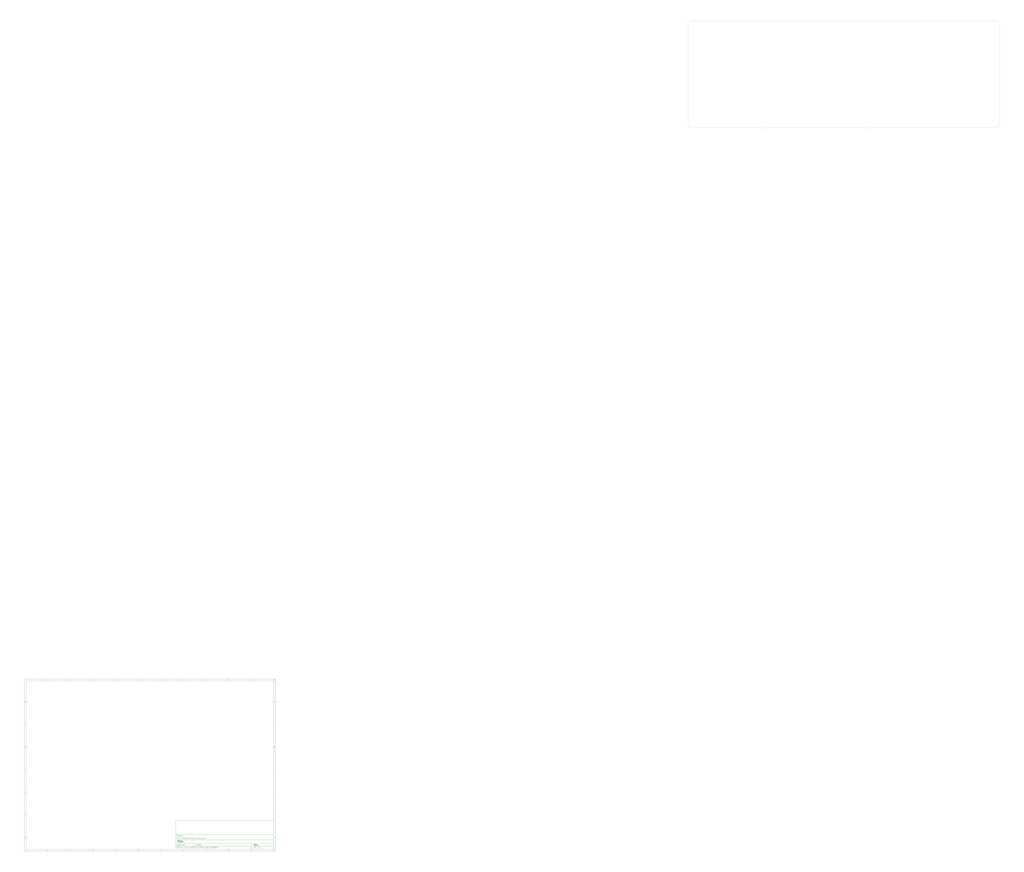
<source format=gbr>
%TF.GenerationSoftware,KiCad,Pcbnew,8.99.0-2206-gee77d06be7*%
%TF.CreationDate,2024-10-02T02:55:55+07:00*%
%TF.ProjectId,RadianceTKL,52616469-616e-4636-9554-4b4c2e6b6963,rev?*%
%TF.SameCoordinates,Original*%
%TF.FileFunction,Profile,NP*%
%FSLAX46Y46*%
G04 Gerber Fmt 4.6, Leading zero omitted, Abs format (unit mm)*
G04 Created by KiCad (PCBNEW 8.99.0-2206-gee77d06be7) date 2024-10-02 02:55:55*
%MOMM*%
%LPD*%
G01*
G04 APERTURE LIST*
%ADD10C,0.100000*%
%ADD11C,0.150000*%
%ADD12C,0.300000*%
%ADD13C,0.400000*%
%TA.AperFunction,Profile*%
%ADD14C,0.050000*%
%TD*%
G04 APERTURE END LIST*
D10*
D11*
X177002200Y-166007200D02*
X285002200Y-166007200D01*
X285002200Y-198007200D01*
X177002200Y-198007200D01*
X177002200Y-166007200D01*
D10*
D11*
X10000000Y-10000000D02*
X287002200Y-10000000D01*
X287002200Y-200007200D01*
X10000000Y-200007200D01*
X10000000Y-10000000D01*
D10*
D11*
X12000000Y-12000000D02*
X285002200Y-12000000D01*
X285002200Y-198007200D01*
X12000000Y-198007200D01*
X12000000Y-12000000D01*
D10*
D11*
X60000000Y-12000000D02*
X60000000Y-10000000D01*
D10*
D11*
X110000000Y-12000000D02*
X110000000Y-10000000D01*
D10*
D11*
X160000000Y-12000000D02*
X160000000Y-10000000D01*
D10*
D11*
X210000000Y-12000000D02*
X210000000Y-10000000D01*
D10*
D11*
X260000000Y-12000000D02*
X260000000Y-10000000D01*
D10*
D11*
X36089160Y-11593604D02*
X35346303Y-11593604D01*
X35717731Y-11593604D02*
X35717731Y-10293604D01*
X35717731Y-10293604D02*
X35593922Y-10479319D01*
X35593922Y-10479319D02*
X35470112Y-10603128D01*
X35470112Y-10603128D02*
X35346303Y-10665033D01*
D10*
D11*
X85346303Y-10417414D02*
X85408207Y-10355509D01*
X85408207Y-10355509D02*
X85532017Y-10293604D01*
X85532017Y-10293604D02*
X85841541Y-10293604D01*
X85841541Y-10293604D02*
X85965350Y-10355509D01*
X85965350Y-10355509D02*
X86027255Y-10417414D01*
X86027255Y-10417414D02*
X86089160Y-10541223D01*
X86089160Y-10541223D02*
X86089160Y-10665033D01*
X86089160Y-10665033D02*
X86027255Y-10850747D01*
X86027255Y-10850747D02*
X85284398Y-11593604D01*
X85284398Y-11593604D02*
X86089160Y-11593604D01*
D10*
D11*
X135284398Y-10293604D02*
X136089160Y-10293604D01*
X136089160Y-10293604D02*
X135655826Y-10788842D01*
X135655826Y-10788842D02*
X135841541Y-10788842D01*
X135841541Y-10788842D02*
X135965350Y-10850747D01*
X135965350Y-10850747D02*
X136027255Y-10912652D01*
X136027255Y-10912652D02*
X136089160Y-11036461D01*
X136089160Y-11036461D02*
X136089160Y-11345985D01*
X136089160Y-11345985D02*
X136027255Y-11469795D01*
X136027255Y-11469795D02*
X135965350Y-11531700D01*
X135965350Y-11531700D02*
X135841541Y-11593604D01*
X135841541Y-11593604D02*
X135470112Y-11593604D01*
X135470112Y-11593604D02*
X135346303Y-11531700D01*
X135346303Y-11531700D02*
X135284398Y-11469795D01*
D10*
D11*
X185965350Y-10726938D02*
X185965350Y-11593604D01*
X185655826Y-10231700D02*
X185346303Y-11160271D01*
X185346303Y-11160271D02*
X186151064Y-11160271D01*
D10*
D11*
X236027255Y-10293604D02*
X235408207Y-10293604D01*
X235408207Y-10293604D02*
X235346303Y-10912652D01*
X235346303Y-10912652D02*
X235408207Y-10850747D01*
X235408207Y-10850747D02*
X235532017Y-10788842D01*
X235532017Y-10788842D02*
X235841541Y-10788842D01*
X235841541Y-10788842D02*
X235965350Y-10850747D01*
X235965350Y-10850747D02*
X236027255Y-10912652D01*
X236027255Y-10912652D02*
X236089160Y-11036461D01*
X236089160Y-11036461D02*
X236089160Y-11345985D01*
X236089160Y-11345985D02*
X236027255Y-11469795D01*
X236027255Y-11469795D02*
X235965350Y-11531700D01*
X235965350Y-11531700D02*
X235841541Y-11593604D01*
X235841541Y-11593604D02*
X235532017Y-11593604D01*
X235532017Y-11593604D02*
X235408207Y-11531700D01*
X235408207Y-11531700D02*
X235346303Y-11469795D01*
D10*
D11*
X285965350Y-10293604D02*
X285717731Y-10293604D01*
X285717731Y-10293604D02*
X285593922Y-10355509D01*
X285593922Y-10355509D02*
X285532017Y-10417414D01*
X285532017Y-10417414D02*
X285408207Y-10603128D01*
X285408207Y-10603128D02*
X285346303Y-10850747D01*
X285346303Y-10850747D02*
X285346303Y-11345985D01*
X285346303Y-11345985D02*
X285408207Y-11469795D01*
X285408207Y-11469795D02*
X285470112Y-11531700D01*
X285470112Y-11531700D02*
X285593922Y-11593604D01*
X285593922Y-11593604D02*
X285841541Y-11593604D01*
X285841541Y-11593604D02*
X285965350Y-11531700D01*
X285965350Y-11531700D02*
X286027255Y-11469795D01*
X286027255Y-11469795D02*
X286089160Y-11345985D01*
X286089160Y-11345985D02*
X286089160Y-11036461D01*
X286089160Y-11036461D02*
X286027255Y-10912652D01*
X286027255Y-10912652D02*
X285965350Y-10850747D01*
X285965350Y-10850747D02*
X285841541Y-10788842D01*
X285841541Y-10788842D02*
X285593922Y-10788842D01*
X285593922Y-10788842D02*
X285470112Y-10850747D01*
X285470112Y-10850747D02*
X285408207Y-10912652D01*
X285408207Y-10912652D02*
X285346303Y-11036461D01*
D10*
D11*
X60000000Y-198007200D02*
X60000000Y-200007200D01*
D10*
D11*
X110000000Y-198007200D02*
X110000000Y-200007200D01*
D10*
D11*
X160000000Y-198007200D02*
X160000000Y-200007200D01*
D10*
D11*
X210000000Y-198007200D02*
X210000000Y-200007200D01*
D10*
D11*
X260000000Y-198007200D02*
X260000000Y-200007200D01*
D10*
D11*
X36089160Y-199600804D02*
X35346303Y-199600804D01*
X35717731Y-199600804D02*
X35717731Y-198300804D01*
X35717731Y-198300804D02*
X35593922Y-198486519D01*
X35593922Y-198486519D02*
X35470112Y-198610328D01*
X35470112Y-198610328D02*
X35346303Y-198672233D01*
D10*
D11*
X85346303Y-198424614D02*
X85408207Y-198362709D01*
X85408207Y-198362709D02*
X85532017Y-198300804D01*
X85532017Y-198300804D02*
X85841541Y-198300804D01*
X85841541Y-198300804D02*
X85965350Y-198362709D01*
X85965350Y-198362709D02*
X86027255Y-198424614D01*
X86027255Y-198424614D02*
X86089160Y-198548423D01*
X86089160Y-198548423D02*
X86089160Y-198672233D01*
X86089160Y-198672233D02*
X86027255Y-198857947D01*
X86027255Y-198857947D02*
X85284398Y-199600804D01*
X85284398Y-199600804D02*
X86089160Y-199600804D01*
D10*
D11*
X135284398Y-198300804D02*
X136089160Y-198300804D01*
X136089160Y-198300804D02*
X135655826Y-198796042D01*
X135655826Y-198796042D02*
X135841541Y-198796042D01*
X135841541Y-198796042D02*
X135965350Y-198857947D01*
X135965350Y-198857947D02*
X136027255Y-198919852D01*
X136027255Y-198919852D02*
X136089160Y-199043661D01*
X136089160Y-199043661D02*
X136089160Y-199353185D01*
X136089160Y-199353185D02*
X136027255Y-199476995D01*
X136027255Y-199476995D02*
X135965350Y-199538900D01*
X135965350Y-199538900D02*
X135841541Y-199600804D01*
X135841541Y-199600804D02*
X135470112Y-199600804D01*
X135470112Y-199600804D02*
X135346303Y-199538900D01*
X135346303Y-199538900D02*
X135284398Y-199476995D01*
D10*
D11*
X185965350Y-198734138D02*
X185965350Y-199600804D01*
X185655826Y-198238900D02*
X185346303Y-199167471D01*
X185346303Y-199167471D02*
X186151064Y-199167471D01*
D10*
D11*
X236027255Y-198300804D02*
X235408207Y-198300804D01*
X235408207Y-198300804D02*
X235346303Y-198919852D01*
X235346303Y-198919852D02*
X235408207Y-198857947D01*
X235408207Y-198857947D02*
X235532017Y-198796042D01*
X235532017Y-198796042D02*
X235841541Y-198796042D01*
X235841541Y-198796042D02*
X235965350Y-198857947D01*
X235965350Y-198857947D02*
X236027255Y-198919852D01*
X236027255Y-198919852D02*
X236089160Y-199043661D01*
X236089160Y-199043661D02*
X236089160Y-199353185D01*
X236089160Y-199353185D02*
X236027255Y-199476995D01*
X236027255Y-199476995D02*
X235965350Y-199538900D01*
X235965350Y-199538900D02*
X235841541Y-199600804D01*
X235841541Y-199600804D02*
X235532017Y-199600804D01*
X235532017Y-199600804D02*
X235408207Y-199538900D01*
X235408207Y-199538900D02*
X235346303Y-199476995D01*
D10*
D11*
X285965350Y-198300804D02*
X285717731Y-198300804D01*
X285717731Y-198300804D02*
X285593922Y-198362709D01*
X285593922Y-198362709D02*
X285532017Y-198424614D01*
X285532017Y-198424614D02*
X285408207Y-198610328D01*
X285408207Y-198610328D02*
X285346303Y-198857947D01*
X285346303Y-198857947D02*
X285346303Y-199353185D01*
X285346303Y-199353185D02*
X285408207Y-199476995D01*
X285408207Y-199476995D02*
X285470112Y-199538900D01*
X285470112Y-199538900D02*
X285593922Y-199600804D01*
X285593922Y-199600804D02*
X285841541Y-199600804D01*
X285841541Y-199600804D02*
X285965350Y-199538900D01*
X285965350Y-199538900D02*
X286027255Y-199476995D01*
X286027255Y-199476995D02*
X286089160Y-199353185D01*
X286089160Y-199353185D02*
X286089160Y-199043661D01*
X286089160Y-199043661D02*
X286027255Y-198919852D01*
X286027255Y-198919852D02*
X285965350Y-198857947D01*
X285965350Y-198857947D02*
X285841541Y-198796042D01*
X285841541Y-198796042D02*
X285593922Y-198796042D01*
X285593922Y-198796042D02*
X285470112Y-198857947D01*
X285470112Y-198857947D02*
X285408207Y-198919852D01*
X285408207Y-198919852D02*
X285346303Y-199043661D01*
D10*
D11*
X10000000Y-60000000D02*
X12000000Y-60000000D01*
D10*
D11*
X10000000Y-110000000D02*
X12000000Y-110000000D01*
D10*
D11*
X10000000Y-160000000D02*
X12000000Y-160000000D01*
D10*
D11*
X10690476Y-35222176D02*
X11309523Y-35222176D01*
X10566666Y-35593604D02*
X10999999Y-34293604D01*
X10999999Y-34293604D02*
X11433333Y-35593604D01*
D10*
D11*
X11092857Y-84912652D02*
X11278571Y-84974557D01*
X11278571Y-84974557D02*
X11340476Y-85036461D01*
X11340476Y-85036461D02*
X11402380Y-85160271D01*
X11402380Y-85160271D02*
X11402380Y-85345985D01*
X11402380Y-85345985D02*
X11340476Y-85469795D01*
X11340476Y-85469795D02*
X11278571Y-85531700D01*
X11278571Y-85531700D02*
X11154761Y-85593604D01*
X11154761Y-85593604D02*
X10659523Y-85593604D01*
X10659523Y-85593604D02*
X10659523Y-84293604D01*
X10659523Y-84293604D02*
X11092857Y-84293604D01*
X11092857Y-84293604D02*
X11216666Y-84355509D01*
X11216666Y-84355509D02*
X11278571Y-84417414D01*
X11278571Y-84417414D02*
X11340476Y-84541223D01*
X11340476Y-84541223D02*
X11340476Y-84665033D01*
X11340476Y-84665033D02*
X11278571Y-84788842D01*
X11278571Y-84788842D02*
X11216666Y-84850747D01*
X11216666Y-84850747D02*
X11092857Y-84912652D01*
X11092857Y-84912652D02*
X10659523Y-84912652D01*
D10*
D11*
X11402380Y-135469795D02*
X11340476Y-135531700D01*
X11340476Y-135531700D02*
X11154761Y-135593604D01*
X11154761Y-135593604D02*
X11030952Y-135593604D01*
X11030952Y-135593604D02*
X10845238Y-135531700D01*
X10845238Y-135531700D02*
X10721428Y-135407890D01*
X10721428Y-135407890D02*
X10659523Y-135284080D01*
X10659523Y-135284080D02*
X10597619Y-135036461D01*
X10597619Y-135036461D02*
X10597619Y-134850747D01*
X10597619Y-134850747D02*
X10659523Y-134603128D01*
X10659523Y-134603128D02*
X10721428Y-134479319D01*
X10721428Y-134479319D02*
X10845238Y-134355509D01*
X10845238Y-134355509D02*
X11030952Y-134293604D01*
X11030952Y-134293604D02*
X11154761Y-134293604D01*
X11154761Y-134293604D02*
X11340476Y-134355509D01*
X11340476Y-134355509D02*
X11402380Y-134417414D01*
D10*
D11*
X10659523Y-185593604D02*
X10659523Y-184293604D01*
X10659523Y-184293604D02*
X10969047Y-184293604D01*
X10969047Y-184293604D02*
X11154761Y-184355509D01*
X11154761Y-184355509D02*
X11278571Y-184479319D01*
X11278571Y-184479319D02*
X11340476Y-184603128D01*
X11340476Y-184603128D02*
X11402380Y-184850747D01*
X11402380Y-184850747D02*
X11402380Y-185036461D01*
X11402380Y-185036461D02*
X11340476Y-185284080D01*
X11340476Y-185284080D02*
X11278571Y-185407890D01*
X11278571Y-185407890D02*
X11154761Y-185531700D01*
X11154761Y-185531700D02*
X10969047Y-185593604D01*
X10969047Y-185593604D02*
X10659523Y-185593604D01*
D10*
D11*
X287002200Y-60000000D02*
X285002200Y-60000000D01*
D10*
D11*
X287002200Y-110000000D02*
X285002200Y-110000000D01*
D10*
D11*
X287002200Y-160000000D02*
X285002200Y-160000000D01*
D10*
D11*
X285692676Y-35222176D02*
X286311723Y-35222176D01*
X285568866Y-35593604D02*
X286002199Y-34293604D01*
X286002199Y-34293604D02*
X286435533Y-35593604D01*
D10*
D11*
X286095057Y-84912652D02*
X286280771Y-84974557D01*
X286280771Y-84974557D02*
X286342676Y-85036461D01*
X286342676Y-85036461D02*
X286404580Y-85160271D01*
X286404580Y-85160271D02*
X286404580Y-85345985D01*
X286404580Y-85345985D02*
X286342676Y-85469795D01*
X286342676Y-85469795D02*
X286280771Y-85531700D01*
X286280771Y-85531700D02*
X286156961Y-85593604D01*
X286156961Y-85593604D02*
X285661723Y-85593604D01*
X285661723Y-85593604D02*
X285661723Y-84293604D01*
X285661723Y-84293604D02*
X286095057Y-84293604D01*
X286095057Y-84293604D02*
X286218866Y-84355509D01*
X286218866Y-84355509D02*
X286280771Y-84417414D01*
X286280771Y-84417414D02*
X286342676Y-84541223D01*
X286342676Y-84541223D02*
X286342676Y-84665033D01*
X286342676Y-84665033D02*
X286280771Y-84788842D01*
X286280771Y-84788842D02*
X286218866Y-84850747D01*
X286218866Y-84850747D02*
X286095057Y-84912652D01*
X286095057Y-84912652D02*
X285661723Y-84912652D01*
D10*
D11*
X286404580Y-135469795D02*
X286342676Y-135531700D01*
X286342676Y-135531700D02*
X286156961Y-135593604D01*
X286156961Y-135593604D02*
X286033152Y-135593604D01*
X286033152Y-135593604D02*
X285847438Y-135531700D01*
X285847438Y-135531700D02*
X285723628Y-135407890D01*
X285723628Y-135407890D02*
X285661723Y-135284080D01*
X285661723Y-135284080D02*
X285599819Y-135036461D01*
X285599819Y-135036461D02*
X285599819Y-134850747D01*
X285599819Y-134850747D02*
X285661723Y-134603128D01*
X285661723Y-134603128D02*
X285723628Y-134479319D01*
X285723628Y-134479319D02*
X285847438Y-134355509D01*
X285847438Y-134355509D02*
X286033152Y-134293604D01*
X286033152Y-134293604D02*
X286156961Y-134293604D01*
X286156961Y-134293604D02*
X286342676Y-134355509D01*
X286342676Y-134355509D02*
X286404580Y-134417414D01*
D10*
D11*
X285661723Y-185593604D02*
X285661723Y-184293604D01*
X285661723Y-184293604D02*
X285971247Y-184293604D01*
X285971247Y-184293604D02*
X286156961Y-184355509D01*
X286156961Y-184355509D02*
X286280771Y-184479319D01*
X286280771Y-184479319D02*
X286342676Y-184603128D01*
X286342676Y-184603128D02*
X286404580Y-184850747D01*
X286404580Y-184850747D02*
X286404580Y-185036461D01*
X286404580Y-185036461D02*
X286342676Y-185284080D01*
X286342676Y-185284080D02*
X286280771Y-185407890D01*
X286280771Y-185407890D02*
X286156961Y-185531700D01*
X286156961Y-185531700D02*
X285971247Y-185593604D01*
X285971247Y-185593604D02*
X285661723Y-185593604D01*
D10*
D11*
X200458026Y-193793328D02*
X200458026Y-192293328D01*
X200458026Y-192293328D02*
X200815169Y-192293328D01*
X200815169Y-192293328D02*
X201029455Y-192364757D01*
X201029455Y-192364757D02*
X201172312Y-192507614D01*
X201172312Y-192507614D02*
X201243741Y-192650471D01*
X201243741Y-192650471D02*
X201315169Y-192936185D01*
X201315169Y-192936185D02*
X201315169Y-193150471D01*
X201315169Y-193150471D02*
X201243741Y-193436185D01*
X201243741Y-193436185D02*
X201172312Y-193579042D01*
X201172312Y-193579042D02*
X201029455Y-193721900D01*
X201029455Y-193721900D02*
X200815169Y-193793328D01*
X200815169Y-193793328D02*
X200458026Y-193793328D01*
X202600884Y-193793328D02*
X202600884Y-193007614D01*
X202600884Y-193007614D02*
X202529455Y-192864757D01*
X202529455Y-192864757D02*
X202386598Y-192793328D01*
X202386598Y-192793328D02*
X202100884Y-192793328D01*
X202100884Y-192793328D02*
X201958026Y-192864757D01*
X202600884Y-193721900D02*
X202458026Y-193793328D01*
X202458026Y-193793328D02*
X202100884Y-193793328D01*
X202100884Y-193793328D02*
X201958026Y-193721900D01*
X201958026Y-193721900D02*
X201886598Y-193579042D01*
X201886598Y-193579042D02*
X201886598Y-193436185D01*
X201886598Y-193436185D02*
X201958026Y-193293328D01*
X201958026Y-193293328D02*
X202100884Y-193221900D01*
X202100884Y-193221900D02*
X202458026Y-193221900D01*
X202458026Y-193221900D02*
X202600884Y-193150471D01*
X203100884Y-192793328D02*
X203672312Y-192793328D01*
X203315169Y-192293328D02*
X203315169Y-193579042D01*
X203315169Y-193579042D02*
X203386598Y-193721900D01*
X203386598Y-193721900D02*
X203529455Y-193793328D01*
X203529455Y-193793328D02*
X203672312Y-193793328D01*
X204743741Y-193721900D02*
X204600884Y-193793328D01*
X204600884Y-193793328D02*
X204315170Y-193793328D01*
X204315170Y-193793328D02*
X204172312Y-193721900D01*
X204172312Y-193721900D02*
X204100884Y-193579042D01*
X204100884Y-193579042D02*
X204100884Y-193007614D01*
X204100884Y-193007614D02*
X204172312Y-192864757D01*
X204172312Y-192864757D02*
X204315170Y-192793328D01*
X204315170Y-192793328D02*
X204600884Y-192793328D01*
X204600884Y-192793328D02*
X204743741Y-192864757D01*
X204743741Y-192864757D02*
X204815170Y-193007614D01*
X204815170Y-193007614D02*
X204815170Y-193150471D01*
X204815170Y-193150471D02*
X204100884Y-193293328D01*
X205458026Y-193650471D02*
X205529455Y-193721900D01*
X205529455Y-193721900D02*
X205458026Y-193793328D01*
X205458026Y-193793328D02*
X205386598Y-193721900D01*
X205386598Y-193721900D02*
X205458026Y-193650471D01*
X205458026Y-193650471D02*
X205458026Y-193793328D01*
X205458026Y-192864757D02*
X205529455Y-192936185D01*
X205529455Y-192936185D02*
X205458026Y-193007614D01*
X205458026Y-193007614D02*
X205386598Y-192936185D01*
X205386598Y-192936185D02*
X205458026Y-192864757D01*
X205458026Y-192864757D02*
X205458026Y-193007614D01*
D10*
D11*
X177002200Y-194507200D02*
X285002200Y-194507200D01*
D10*
D11*
X178458026Y-196593328D02*
X178458026Y-195093328D01*
X179315169Y-196593328D02*
X178672312Y-195736185D01*
X179315169Y-195093328D02*
X178458026Y-195950471D01*
X179958026Y-196593328D02*
X179958026Y-195593328D01*
X179958026Y-195093328D02*
X179886598Y-195164757D01*
X179886598Y-195164757D02*
X179958026Y-195236185D01*
X179958026Y-195236185D02*
X180029455Y-195164757D01*
X180029455Y-195164757D02*
X179958026Y-195093328D01*
X179958026Y-195093328D02*
X179958026Y-195236185D01*
X181529455Y-196450471D02*
X181458027Y-196521900D01*
X181458027Y-196521900D02*
X181243741Y-196593328D01*
X181243741Y-196593328D02*
X181100884Y-196593328D01*
X181100884Y-196593328D02*
X180886598Y-196521900D01*
X180886598Y-196521900D02*
X180743741Y-196379042D01*
X180743741Y-196379042D02*
X180672312Y-196236185D01*
X180672312Y-196236185D02*
X180600884Y-195950471D01*
X180600884Y-195950471D02*
X180600884Y-195736185D01*
X180600884Y-195736185D02*
X180672312Y-195450471D01*
X180672312Y-195450471D02*
X180743741Y-195307614D01*
X180743741Y-195307614D02*
X180886598Y-195164757D01*
X180886598Y-195164757D02*
X181100884Y-195093328D01*
X181100884Y-195093328D02*
X181243741Y-195093328D01*
X181243741Y-195093328D02*
X181458027Y-195164757D01*
X181458027Y-195164757D02*
X181529455Y-195236185D01*
X182815170Y-196593328D02*
X182815170Y-195807614D01*
X182815170Y-195807614D02*
X182743741Y-195664757D01*
X182743741Y-195664757D02*
X182600884Y-195593328D01*
X182600884Y-195593328D02*
X182315170Y-195593328D01*
X182315170Y-195593328D02*
X182172312Y-195664757D01*
X182815170Y-196521900D02*
X182672312Y-196593328D01*
X182672312Y-196593328D02*
X182315170Y-196593328D01*
X182315170Y-196593328D02*
X182172312Y-196521900D01*
X182172312Y-196521900D02*
X182100884Y-196379042D01*
X182100884Y-196379042D02*
X182100884Y-196236185D01*
X182100884Y-196236185D02*
X182172312Y-196093328D01*
X182172312Y-196093328D02*
X182315170Y-196021900D01*
X182315170Y-196021900D02*
X182672312Y-196021900D01*
X182672312Y-196021900D02*
X182815170Y-195950471D01*
X184172313Y-196593328D02*
X184172313Y-195093328D01*
X184172313Y-196521900D02*
X184029455Y-196593328D01*
X184029455Y-196593328D02*
X183743741Y-196593328D01*
X183743741Y-196593328D02*
X183600884Y-196521900D01*
X183600884Y-196521900D02*
X183529455Y-196450471D01*
X183529455Y-196450471D02*
X183458027Y-196307614D01*
X183458027Y-196307614D02*
X183458027Y-195879042D01*
X183458027Y-195879042D02*
X183529455Y-195736185D01*
X183529455Y-195736185D02*
X183600884Y-195664757D01*
X183600884Y-195664757D02*
X183743741Y-195593328D01*
X183743741Y-195593328D02*
X184029455Y-195593328D01*
X184029455Y-195593328D02*
X184172313Y-195664757D01*
X186029455Y-195807614D02*
X186529455Y-195807614D01*
X186743741Y-196593328D02*
X186029455Y-196593328D01*
X186029455Y-196593328D02*
X186029455Y-195093328D01*
X186029455Y-195093328D02*
X186743741Y-195093328D01*
X187386598Y-196450471D02*
X187458027Y-196521900D01*
X187458027Y-196521900D02*
X187386598Y-196593328D01*
X187386598Y-196593328D02*
X187315170Y-196521900D01*
X187315170Y-196521900D02*
X187386598Y-196450471D01*
X187386598Y-196450471D02*
X187386598Y-196593328D01*
X188100884Y-196593328D02*
X188100884Y-195093328D01*
X188100884Y-195093328D02*
X188458027Y-195093328D01*
X188458027Y-195093328D02*
X188672313Y-195164757D01*
X188672313Y-195164757D02*
X188815170Y-195307614D01*
X188815170Y-195307614D02*
X188886599Y-195450471D01*
X188886599Y-195450471D02*
X188958027Y-195736185D01*
X188958027Y-195736185D02*
X188958027Y-195950471D01*
X188958027Y-195950471D02*
X188886599Y-196236185D01*
X188886599Y-196236185D02*
X188815170Y-196379042D01*
X188815170Y-196379042D02*
X188672313Y-196521900D01*
X188672313Y-196521900D02*
X188458027Y-196593328D01*
X188458027Y-196593328D02*
X188100884Y-196593328D01*
X189600884Y-196450471D02*
X189672313Y-196521900D01*
X189672313Y-196521900D02*
X189600884Y-196593328D01*
X189600884Y-196593328D02*
X189529456Y-196521900D01*
X189529456Y-196521900D02*
X189600884Y-196450471D01*
X189600884Y-196450471D02*
X189600884Y-196593328D01*
X190243742Y-196164757D02*
X190958028Y-196164757D01*
X190100885Y-196593328D02*
X190600885Y-195093328D01*
X190600885Y-195093328D02*
X191100885Y-196593328D01*
X191600884Y-196450471D02*
X191672313Y-196521900D01*
X191672313Y-196521900D02*
X191600884Y-196593328D01*
X191600884Y-196593328D02*
X191529456Y-196521900D01*
X191529456Y-196521900D02*
X191600884Y-196450471D01*
X191600884Y-196450471D02*
X191600884Y-196593328D01*
X193672313Y-195736185D02*
X193529456Y-195664757D01*
X193529456Y-195664757D02*
X193458027Y-195593328D01*
X193458027Y-195593328D02*
X193386599Y-195450471D01*
X193386599Y-195450471D02*
X193386599Y-195379042D01*
X193386599Y-195379042D02*
X193458027Y-195236185D01*
X193458027Y-195236185D02*
X193529456Y-195164757D01*
X193529456Y-195164757D02*
X193672313Y-195093328D01*
X193672313Y-195093328D02*
X193958027Y-195093328D01*
X193958027Y-195093328D02*
X194100885Y-195164757D01*
X194100885Y-195164757D02*
X194172313Y-195236185D01*
X194172313Y-195236185D02*
X194243742Y-195379042D01*
X194243742Y-195379042D02*
X194243742Y-195450471D01*
X194243742Y-195450471D02*
X194172313Y-195593328D01*
X194172313Y-195593328D02*
X194100885Y-195664757D01*
X194100885Y-195664757D02*
X193958027Y-195736185D01*
X193958027Y-195736185D02*
X193672313Y-195736185D01*
X193672313Y-195736185D02*
X193529456Y-195807614D01*
X193529456Y-195807614D02*
X193458027Y-195879042D01*
X193458027Y-195879042D02*
X193386599Y-196021900D01*
X193386599Y-196021900D02*
X193386599Y-196307614D01*
X193386599Y-196307614D02*
X193458027Y-196450471D01*
X193458027Y-196450471D02*
X193529456Y-196521900D01*
X193529456Y-196521900D02*
X193672313Y-196593328D01*
X193672313Y-196593328D02*
X193958027Y-196593328D01*
X193958027Y-196593328D02*
X194100885Y-196521900D01*
X194100885Y-196521900D02*
X194172313Y-196450471D01*
X194172313Y-196450471D02*
X194243742Y-196307614D01*
X194243742Y-196307614D02*
X194243742Y-196021900D01*
X194243742Y-196021900D02*
X194172313Y-195879042D01*
X194172313Y-195879042D02*
X194100885Y-195807614D01*
X194100885Y-195807614D02*
X193958027Y-195736185D01*
X194886598Y-196450471D02*
X194958027Y-196521900D01*
X194958027Y-196521900D02*
X194886598Y-196593328D01*
X194886598Y-196593328D02*
X194815170Y-196521900D01*
X194815170Y-196521900D02*
X194886598Y-196450471D01*
X194886598Y-196450471D02*
X194886598Y-196593328D01*
X195672313Y-196593328D02*
X195958027Y-196593328D01*
X195958027Y-196593328D02*
X196100884Y-196521900D01*
X196100884Y-196521900D02*
X196172313Y-196450471D01*
X196172313Y-196450471D02*
X196315170Y-196236185D01*
X196315170Y-196236185D02*
X196386599Y-195950471D01*
X196386599Y-195950471D02*
X196386599Y-195379042D01*
X196386599Y-195379042D02*
X196315170Y-195236185D01*
X196315170Y-195236185D02*
X196243742Y-195164757D01*
X196243742Y-195164757D02*
X196100884Y-195093328D01*
X196100884Y-195093328D02*
X195815170Y-195093328D01*
X195815170Y-195093328D02*
X195672313Y-195164757D01*
X195672313Y-195164757D02*
X195600884Y-195236185D01*
X195600884Y-195236185D02*
X195529456Y-195379042D01*
X195529456Y-195379042D02*
X195529456Y-195736185D01*
X195529456Y-195736185D02*
X195600884Y-195879042D01*
X195600884Y-195879042D02*
X195672313Y-195950471D01*
X195672313Y-195950471D02*
X195815170Y-196021900D01*
X195815170Y-196021900D02*
X196100884Y-196021900D01*
X196100884Y-196021900D02*
X196243742Y-195950471D01*
X196243742Y-195950471D02*
X196315170Y-195879042D01*
X196315170Y-195879042D02*
X196386599Y-195736185D01*
X197100884Y-196593328D02*
X197386598Y-196593328D01*
X197386598Y-196593328D02*
X197529455Y-196521900D01*
X197529455Y-196521900D02*
X197600884Y-196450471D01*
X197600884Y-196450471D02*
X197743741Y-196236185D01*
X197743741Y-196236185D02*
X197815170Y-195950471D01*
X197815170Y-195950471D02*
X197815170Y-195379042D01*
X197815170Y-195379042D02*
X197743741Y-195236185D01*
X197743741Y-195236185D02*
X197672313Y-195164757D01*
X197672313Y-195164757D02*
X197529455Y-195093328D01*
X197529455Y-195093328D02*
X197243741Y-195093328D01*
X197243741Y-195093328D02*
X197100884Y-195164757D01*
X197100884Y-195164757D02*
X197029455Y-195236185D01*
X197029455Y-195236185D02*
X196958027Y-195379042D01*
X196958027Y-195379042D02*
X196958027Y-195736185D01*
X196958027Y-195736185D02*
X197029455Y-195879042D01*
X197029455Y-195879042D02*
X197100884Y-195950471D01*
X197100884Y-195950471D02*
X197243741Y-196021900D01*
X197243741Y-196021900D02*
X197529455Y-196021900D01*
X197529455Y-196021900D02*
X197672313Y-195950471D01*
X197672313Y-195950471D02*
X197743741Y-195879042D01*
X197743741Y-195879042D02*
X197815170Y-195736185D01*
X198458026Y-196450471D02*
X198529455Y-196521900D01*
X198529455Y-196521900D02*
X198458026Y-196593328D01*
X198458026Y-196593328D02*
X198386598Y-196521900D01*
X198386598Y-196521900D02*
X198458026Y-196450471D01*
X198458026Y-196450471D02*
X198458026Y-196593328D01*
X199458027Y-195093328D02*
X199600884Y-195093328D01*
X199600884Y-195093328D02*
X199743741Y-195164757D01*
X199743741Y-195164757D02*
X199815170Y-195236185D01*
X199815170Y-195236185D02*
X199886598Y-195379042D01*
X199886598Y-195379042D02*
X199958027Y-195664757D01*
X199958027Y-195664757D02*
X199958027Y-196021900D01*
X199958027Y-196021900D02*
X199886598Y-196307614D01*
X199886598Y-196307614D02*
X199815170Y-196450471D01*
X199815170Y-196450471D02*
X199743741Y-196521900D01*
X199743741Y-196521900D02*
X199600884Y-196593328D01*
X199600884Y-196593328D02*
X199458027Y-196593328D01*
X199458027Y-196593328D02*
X199315170Y-196521900D01*
X199315170Y-196521900D02*
X199243741Y-196450471D01*
X199243741Y-196450471D02*
X199172312Y-196307614D01*
X199172312Y-196307614D02*
X199100884Y-196021900D01*
X199100884Y-196021900D02*
X199100884Y-195664757D01*
X199100884Y-195664757D02*
X199172312Y-195379042D01*
X199172312Y-195379042D02*
X199243741Y-195236185D01*
X199243741Y-195236185D02*
X199315170Y-195164757D01*
X199315170Y-195164757D02*
X199458027Y-195093328D01*
X200600883Y-196021900D02*
X201743741Y-196021900D01*
X202386598Y-195236185D02*
X202458026Y-195164757D01*
X202458026Y-195164757D02*
X202600884Y-195093328D01*
X202600884Y-195093328D02*
X202958026Y-195093328D01*
X202958026Y-195093328D02*
X203100884Y-195164757D01*
X203100884Y-195164757D02*
X203172312Y-195236185D01*
X203172312Y-195236185D02*
X203243741Y-195379042D01*
X203243741Y-195379042D02*
X203243741Y-195521900D01*
X203243741Y-195521900D02*
X203172312Y-195736185D01*
X203172312Y-195736185D02*
X202315169Y-196593328D01*
X202315169Y-196593328D02*
X203243741Y-196593328D01*
X203815169Y-195236185D02*
X203886597Y-195164757D01*
X203886597Y-195164757D02*
X204029455Y-195093328D01*
X204029455Y-195093328D02*
X204386597Y-195093328D01*
X204386597Y-195093328D02*
X204529455Y-195164757D01*
X204529455Y-195164757D02*
X204600883Y-195236185D01*
X204600883Y-195236185D02*
X204672312Y-195379042D01*
X204672312Y-195379042D02*
X204672312Y-195521900D01*
X204672312Y-195521900D02*
X204600883Y-195736185D01*
X204600883Y-195736185D02*
X203743740Y-196593328D01*
X203743740Y-196593328D02*
X204672312Y-196593328D01*
X205600883Y-195093328D02*
X205743740Y-195093328D01*
X205743740Y-195093328D02*
X205886597Y-195164757D01*
X205886597Y-195164757D02*
X205958026Y-195236185D01*
X205958026Y-195236185D02*
X206029454Y-195379042D01*
X206029454Y-195379042D02*
X206100883Y-195664757D01*
X206100883Y-195664757D02*
X206100883Y-196021900D01*
X206100883Y-196021900D02*
X206029454Y-196307614D01*
X206029454Y-196307614D02*
X205958026Y-196450471D01*
X205958026Y-196450471D02*
X205886597Y-196521900D01*
X205886597Y-196521900D02*
X205743740Y-196593328D01*
X205743740Y-196593328D02*
X205600883Y-196593328D01*
X205600883Y-196593328D02*
X205458026Y-196521900D01*
X205458026Y-196521900D02*
X205386597Y-196450471D01*
X205386597Y-196450471D02*
X205315168Y-196307614D01*
X205315168Y-196307614D02*
X205243740Y-196021900D01*
X205243740Y-196021900D02*
X205243740Y-195664757D01*
X205243740Y-195664757D02*
X205315168Y-195379042D01*
X205315168Y-195379042D02*
X205386597Y-195236185D01*
X205386597Y-195236185D02*
X205458026Y-195164757D01*
X205458026Y-195164757D02*
X205600883Y-195093328D01*
X207386597Y-195093328D02*
X207100882Y-195093328D01*
X207100882Y-195093328D02*
X206958025Y-195164757D01*
X206958025Y-195164757D02*
X206886597Y-195236185D01*
X206886597Y-195236185D02*
X206743739Y-195450471D01*
X206743739Y-195450471D02*
X206672311Y-195736185D01*
X206672311Y-195736185D02*
X206672311Y-196307614D01*
X206672311Y-196307614D02*
X206743739Y-196450471D01*
X206743739Y-196450471D02*
X206815168Y-196521900D01*
X206815168Y-196521900D02*
X206958025Y-196593328D01*
X206958025Y-196593328D02*
X207243739Y-196593328D01*
X207243739Y-196593328D02*
X207386597Y-196521900D01*
X207386597Y-196521900D02*
X207458025Y-196450471D01*
X207458025Y-196450471D02*
X207529454Y-196307614D01*
X207529454Y-196307614D02*
X207529454Y-195950471D01*
X207529454Y-195950471D02*
X207458025Y-195807614D01*
X207458025Y-195807614D02*
X207386597Y-195736185D01*
X207386597Y-195736185D02*
X207243739Y-195664757D01*
X207243739Y-195664757D02*
X206958025Y-195664757D01*
X206958025Y-195664757D02*
X206815168Y-195736185D01*
X206815168Y-195736185D02*
X206743739Y-195807614D01*
X206743739Y-195807614D02*
X206672311Y-195950471D01*
X208172310Y-196021900D02*
X209315168Y-196021900D01*
X210672311Y-195593328D02*
X210672311Y-196807614D01*
X210672311Y-196807614D02*
X210600882Y-196950471D01*
X210600882Y-196950471D02*
X210529453Y-197021900D01*
X210529453Y-197021900D02*
X210386596Y-197093328D01*
X210386596Y-197093328D02*
X210172311Y-197093328D01*
X210172311Y-197093328D02*
X210029453Y-197021900D01*
X210672311Y-196521900D02*
X210529453Y-196593328D01*
X210529453Y-196593328D02*
X210243739Y-196593328D01*
X210243739Y-196593328D02*
X210100882Y-196521900D01*
X210100882Y-196521900D02*
X210029453Y-196450471D01*
X210029453Y-196450471D02*
X209958025Y-196307614D01*
X209958025Y-196307614D02*
X209958025Y-195879042D01*
X209958025Y-195879042D02*
X210029453Y-195736185D01*
X210029453Y-195736185D02*
X210100882Y-195664757D01*
X210100882Y-195664757D02*
X210243739Y-195593328D01*
X210243739Y-195593328D02*
X210529453Y-195593328D01*
X210529453Y-195593328D02*
X210672311Y-195664757D01*
X211958025Y-196521900D02*
X211815168Y-196593328D01*
X211815168Y-196593328D02*
X211529454Y-196593328D01*
X211529454Y-196593328D02*
X211386596Y-196521900D01*
X211386596Y-196521900D02*
X211315168Y-196379042D01*
X211315168Y-196379042D02*
X211315168Y-195807614D01*
X211315168Y-195807614D02*
X211386596Y-195664757D01*
X211386596Y-195664757D02*
X211529454Y-195593328D01*
X211529454Y-195593328D02*
X211815168Y-195593328D01*
X211815168Y-195593328D02*
X211958025Y-195664757D01*
X211958025Y-195664757D02*
X212029454Y-195807614D01*
X212029454Y-195807614D02*
X212029454Y-195950471D01*
X212029454Y-195950471D02*
X211315168Y-196093328D01*
X213243739Y-196521900D02*
X213100882Y-196593328D01*
X213100882Y-196593328D02*
X212815168Y-196593328D01*
X212815168Y-196593328D02*
X212672310Y-196521900D01*
X212672310Y-196521900D02*
X212600882Y-196379042D01*
X212600882Y-196379042D02*
X212600882Y-195807614D01*
X212600882Y-195807614D02*
X212672310Y-195664757D01*
X212672310Y-195664757D02*
X212815168Y-195593328D01*
X212815168Y-195593328D02*
X213100882Y-195593328D01*
X213100882Y-195593328D02*
X213243739Y-195664757D01*
X213243739Y-195664757D02*
X213315168Y-195807614D01*
X213315168Y-195807614D02*
X213315168Y-195950471D01*
X213315168Y-195950471D02*
X212600882Y-196093328D01*
X213815167Y-195093328D02*
X214815167Y-195093328D01*
X214815167Y-195093328D02*
X214172310Y-196593328D01*
X215243738Y-195093328D02*
X216243738Y-195093328D01*
X216243738Y-195093328D02*
X215600881Y-196593328D01*
X217458024Y-196593328D02*
X217458024Y-195093328D01*
X217458024Y-196521900D02*
X217315166Y-196593328D01*
X217315166Y-196593328D02*
X217029452Y-196593328D01*
X217029452Y-196593328D02*
X216886595Y-196521900D01*
X216886595Y-196521900D02*
X216815166Y-196450471D01*
X216815166Y-196450471D02*
X216743738Y-196307614D01*
X216743738Y-196307614D02*
X216743738Y-195879042D01*
X216743738Y-195879042D02*
X216815166Y-195736185D01*
X216815166Y-195736185D02*
X216886595Y-195664757D01*
X216886595Y-195664757D02*
X217029452Y-195593328D01*
X217029452Y-195593328D02*
X217315166Y-195593328D01*
X217315166Y-195593328D02*
X217458024Y-195664757D01*
X218458024Y-195093328D02*
X218600881Y-195093328D01*
X218600881Y-195093328D02*
X218743738Y-195164757D01*
X218743738Y-195164757D02*
X218815167Y-195236185D01*
X218815167Y-195236185D02*
X218886595Y-195379042D01*
X218886595Y-195379042D02*
X218958024Y-195664757D01*
X218958024Y-195664757D02*
X218958024Y-196021900D01*
X218958024Y-196021900D02*
X218886595Y-196307614D01*
X218886595Y-196307614D02*
X218815167Y-196450471D01*
X218815167Y-196450471D02*
X218743738Y-196521900D01*
X218743738Y-196521900D02*
X218600881Y-196593328D01*
X218600881Y-196593328D02*
X218458024Y-196593328D01*
X218458024Y-196593328D02*
X218315167Y-196521900D01*
X218315167Y-196521900D02*
X218243738Y-196450471D01*
X218243738Y-196450471D02*
X218172309Y-196307614D01*
X218172309Y-196307614D02*
X218100881Y-196021900D01*
X218100881Y-196021900D02*
X218100881Y-195664757D01*
X218100881Y-195664757D02*
X218172309Y-195379042D01*
X218172309Y-195379042D02*
X218243738Y-195236185D01*
X218243738Y-195236185D02*
X218315167Y-195164757D01*
X218315167Y-195164757D02*
X218458024Y-195093328D01*
X220243738Y-195093328D02*
X219958023Y-195093328D01*
X219958023Y-195093328D02*
X219815166Y-195164757D01*
X219815166Y-195164757D02*
X219743738Y-195236185D01*
X219743738Y-195236185D02*
X219600880Y-195450471D01*
X219600880Y-195450471D02*
X219529452Y-195736185D01*
X219529452Y-195736185D02*
X219529452Y-196307614D01*
X219529452Y-196307614D02*
X219600880Y-196450471D01*
X219600880Y-196450471D02*
X219672309Y-196521900D01*
X219672309Y-196521900D02*
X219815166Y-196593328D01*
X219815166Y-196593328D02*
X220100880Y-196593328D01*
X220100880Y-196593328D02*
X220243738Y-196521900D01*
X220243738Y-196521900D02*
X220315166Y-196450471D01*
X220315166Y-196450471D02*
X220386595Y-196307614D01*
X220386595Y-196307614D02*
X220386595Y-195950471D01*
X220386595Y-195950471D02*
X220315166Y-195807614D01*
X220315166Y-195807614D02*
X220243738Y-195736185D01*
X220243738Y-195736185D02*
X220100880Y-195664757D01*
X220100880Y-195664757D02*
X219815166Y-195664757D01*
X219815166Y-195664757D02*
X219672309Y-195736185D01*
X219672309Y-195736185D02*
X219600880Y-195807614D01*
X219600880Y-195807614D02*
X219529452Y-195950471D01*
X221029451Y-196593328D02*
X221029451Y-195093328D01*
X221029451Y-195664757D02*
X221172309Y-195593328D01*
X221172309Y-195593328D02*
X221458023Y-195593328D01*
X221458023Y-195593328D02*
X221600880Y-195664757D01*
X221600880Y-195664757D02*
X221672309Y-195736185D01*
X221672309Y-195736185D02*
X221743737Y-195879042D01*
X221743737Y-195879042D02*
X221743737Y-196307614D01*
X221743737Y-196307614D02*
X221672309Y-196450471D01*
X221672309Y-196450471D02*
X221600880Y-196521900D01*
X221600880Y-196521900D02*
X221458023Y-196593328D01*
X221458023Y-196593328D02*
X221172309Y-196593328D01*
X221172309Y-196593328D02*
X221029451Y-196521900D01*
X222958023Y-196521900D02*
X222815166Y-196593328D01*
X222815166Y-196593328D02*
X222529452Y-196593328D01*
X222529452Y-196593328D02*
X222386594Y-196521900D01*
X222386594Y-196521900D02*
X222315166Y-196379042D01*
X222315166Y-196379042D02*
X222315166Y-195807614D01*
X222315166Y-195807614D02*
X222386594Y-195664757D01*
X222386594Y-195664757D02*
X222529452Y-195593328D01*
X222529452Y-195593328D02*
X222815166Y-195593328D01*
X222815166Y-195593328D02*
X222958023Y-195664757D01*
X222958023Y-195664757D02*
X223029452Y-195807614D01*
X223029452Y-195807614D02*
X223029452Y-195950471D01*
X223029452Y-195950471D02*
X222315166Y-196093328D01*
X223529451Y-195093328D02*
X224529451Y-195093328D01*
X224529451Y-195093328D02*
X223886594Y-196593328D01*
D10*
D11*
X177002200Y-191507200D02*
X285002200Y-191507200D01*
D10*
D12*
X264413853Y-193785528D02*
X263913853Y-193071242D01*
X263556710Y-193785528D02*
X263556710Y-192285528D01*
X263556710Y-192285528D02*
X264128139Y-192285528D01*
X264128139Y-192285528D02*
X264270996Y-192356957D01*
X264270996Y-192356957D02*
X264342425Y-192428385D01*
X264342425Y-192428385D02*
X264413853Y-192571242D01*
X264413853Y-192571242D02*
X264413853Y-192785528D01*
X264413853Y-192785528D02*
X264342425Y-192928385D01*
X264342425Y-192928385D02*
X264270996Y-192999814D01*
X264270996Y-192999814D02*
X264128139Y-193071242D01*
X264128139Y-193071242D02*
X263556710Y-193071242D01*
X265628139Y-193714100D02*
X265485282Y-193785528D01*
X265485282Y-193785528D02*
X265199568Y-193785528D01*
X265199568Y-193785528D02*
X265056710Y-193714100D01*
X265056710Y-193714100D02*
X264985282Y-193571242D01*
X264985282Y-193571242D02*
X264985282Y-192999814D01*
X264985282Y-192999814D02*
X265056710Y-192856957D01*
X265056710Y-192856957D02*
X265199568Y-192785528D01*
X265199568Y-192785528D02*
X265485282Y-192785528D01*
X265485282Y-192785528D02*
X265628139Y-192856957D01*
X265628139Y-192856957D02*
X265699568Y-192999814D01*
X265699568Y-192999814D02*
X265699568Y-193142671D01*
X265699568Y-193142671D02*
X264985282Y-193285528D01*
X266199567Y-192785528D02*
X266556710Y-193785528D01*
X266556710Y-193785528D02*
X266913853Y-192785528D01*
X267485281Y-193642671D02*
X267556710Y-193714100D01*
X267556710Y-193714100D02*
X267485281Y-193785528D01*
X267485281Y-193785528D02*
X267413853Y-193714100D01*
X267413853Y-193714100D02*
X267485281Y-193642671D01*
X267485281Y-193642671D02*
X267485281Y-193785528D01*
X267485281Y-192856957D02*
X267556710Y-192928385D01*
X267556710Y-192928385D02*
X267485281Y-192999814D01*
X267485281Y-192999814D02*
X267413853Y-192928385D01*
X267413853Y-192928385D02*
X267485281Y-192856957D01*
X267485281Y-192856957D02*
X267485281Y-192999814D01*
D10*
D11*
X178386598Y-193721900D02*
X178600884Y-193793328D01*
X178600884Y-193793328D02*
X178958026Y-193793328D01*
X178958026Y-193793328D02*
X179100884Y-193721900D01*
X179100884Y-193721900D02*
X179172312Y-193650471D01*
X179172312Y-193650471D02*
X179243741Y-193507614D01*
X179243741Y-193507614D02*
X179243741Y-193364757D01*
X179243741Y-193364757D02*
X179172312Y-193221900D01*
X179172312Y-193221900D02*
X179100884Y-193150471D01*
X179100884Y-193150471D02*
X178958026Y-193079042D01*
X178958026Y-193079042D02*
X178672312Y-193007614D01*
X178672312Y-193007614D02*
X178529455Y-192936185D01*
X178529455Y-192936185D02*
X178458026Y-192864757D01*
X178458026Y-192864757D02*
X178386598Y-192721900D01*
X178386598Y-192721900D02*
X178386598Y-192579042D01*
X178386598Y-192579042D02*
X178458026Y-192436185D01*
X178458026Y-192436185D02*
X178529455Y-192364757D01*
X178529455Y-192364757D02*
X178672312Y-192293328D01*
X178672312Y-192293328D02*
X179029455Y-192293328D01*
X179029455Y-192293328D02*
X179243741Y-192364757D01*
X179886597Y-193793328D02*
X179886597Y-192793328D01*
X179886597Y-192293328D02*
X179815169Y-192364757D01*
X179815169Y-192364757D02*
X179886597Y-192436185D01*
X179886597Y-192436185D02*
X179958026Y-192364757D01*
X179958026Y-192364757D02*
X179886597Y-192293328D01*
X179886597Y-192293328D02*
X179886597Y-192436185D01*
X180458026Y-192793328D02*
X181243741Y-192793328D01*
X181243741Y-192793328D02*
X180458026Y-193793328D01*
X180458026Y-193793328D02*
X181243741Y-193793328D01*
X182386598Y-193721900D02*
X182243741Y-193793328D01*
X182243741Y-193793328D02*
X181958027Y-193793328D01*
X181958027Y-193793328D02*
X181815169Y-193721900D01*
X181815169Y-193721900D02*
X181743741Y-193579042D01*
X181743741Y-193579042D02*
X181743741Y-193007614D01*
X181743741Y-193007614D02*
X181815169Y-192864757D01*
X181815169Y-192864757D02*
X181958027Y-192793328D01*
X181958027Y-192793328D02*
X182243741Y-192793328D01*
X182243741Y-192793328D02*
X182386598Y-192864757D01*
X182386598Y-192864757D02*
X182458027Y-193007614D01*
X182458027Y-193007614D02*
X182458027Y-193150471D01*
X182458027Y-193150471D02*
X181743741Y-193293328D01*
X183100883Y-193650471D02*
X183172312Y-193721900D01*
X183172312Y-193721900D02*
X183100883Y-193793328D01*
X183100883Y-193793328D02*
X183029455Y-193721900D01*
X183029455Y-193721900D02*
X183100883Y-193650471D01*
X183100883Y-193650471D02*
X183100883Y-193793328D01*
X183100883Y-192864757D02*
X183172312Y-192936185D01*
X183172312Y-192936185D02*
X183100883Y-193007614D01*
X183100883Y-193007614D02*
X183029455Y-192936185D01*
X183029455Y-192936185D02*
X183100883Y-192864757D01*
X183100883Y-192864757D02*
X183100883Y-193007614D01*
X184886598Y-193364757D02*
X185600884Y-193364757D01*
X184743741Y-193793328D02*
X185243741Y-192293328D01*
X185243741Y-192293328D02*
X185743741Y-193793328D01*
X186886598Y-192793328D02*
X186886598Y-193793328D01*
X186529455Y-192221900D02*
X186172312Y-193293328D01*
X186172312Y-193293328D02*
X187100883Y-193293328D01*
D10*
D11*
X263458026Y-196593328D02*
X263458026Y-195093328D01*
X264815170Y-196593328D02*
X264815170Y-195093328D01*
X264815170Y-196521900D02*
X264672312Y-196593328D01*
X264672312Y-196593328D02*
X264386598Y-196593328D01*
X264386598Y-196593328D02*
X264243741Y-196521900D01*
X264243741Y-196521900D02*
X264172312Y-196450471D01*
X264172312Y-196450471D02*
X264100884Y-196307614D01*
X264100884Y-196307614D02*
X264100884Y-195879042D01*
X264100884Y-195879042D02*
X264172312Y-195736185D01*
X264172312Y-195736185D02*
X264243741Y-195664757D01*
X264243741Y-195664757D02*
X264386598Y-195593328D01*
X264386598Y-195593328D02*
X264672312Y-195593328D01*
X264672312Y-195593328D02*
X264815170Y-195664757D01*
X265529455Y-196450471D02*
X265600884Y-196521900D01*
X265600884Y-196521900D02*
X265529455Y-196593328D01*
X265529455Y-196593328D02*
X265458027Y-196521900D01*
X265458027Y-196521900D02*
X265529455Y-196450471D01*
X265529455Y-196450471D02*
X265529455Y-196593328D01*
X265529455Y-195664757D02*
X265600884Y-195736185D01*
X265600884Y-195736185D02*
X265529455Y-195807614D01*
X265529455Y-195807614D02*
X265458027Y-195736185D01*
X265458027Y-195736185D02*
X265529455Y-195664757D01*
X265529455Y-195664757D02*
X265529455Y-195807614D01*
X268172313Y-196593328D02*
X267315170Y-196593328D01*
X267743741Y-196593328D02*
X267743741Y-195093328D01*
X267743741Y-195093328D02*
X267600884Y-195307614D01*
X267600884Y-195307614D02*
X267458027Y-195450471D01*
X267458027Y-195450471D02*
X267315170Y-195521900D01*
X269886598Y-195021900D02*
X268600884Y-196950471D01*
X271172313Y-196593328D02*
X270315170Y-196593328D01*
X270743741Y-196593328D02*
X270743741Y-195093328D01*
X270743741Y-195093328D02*
X270600884Y-195307614D01*
X270600884Y-195307614D02*
X270458027Y-195450471D01*
X270458027Y-195450471D02*
X270315170Y-195521900D01*
D10*
D11*
X177002200Y-187507200D02*
X285002200Y-187507200D01*
D10*
D13*
X178693928Y-188211638D02*
X179836785Y-188211638D01*
X179015357Y-190211638D02*
X179265357Y-188211638D01*
X180253452Y-190211638D02*
X180420119Y-188878304D01*
X180503452Y-188211638D02*
X180396309Y-188306876D01*
X180396309Y-188306876D02*
X180479643Y-188402114D01*
X180479643Y-188402114D02*
X180586786Y-188306876D01*
X180586786Y-188306876D02*
X180503452Y-188211638D01*
X180503452Y-188211638D02*
X180479643Y-188402114D01*
X181086786Y-188878304D02*
X181848690Y-188878304D01*
X181455833Y-188211638D02*
X181241548Y-189925923D01*
X181241548Y-189925923D02*
X181312976Y-190116400D01*
X181312976Y-190116400D02*
X181491548Y-190211638D01*
X181491548Y-190211638D02*
X181682024Y-190211638D01*
X182634405Y-190211638D02*
X182455833Y-190116400D01*
X182455833Y-190116400D02*
X182384405Y-189925923D01*
X182384405Y-189925923D02*
X182598690Y-188211638D01*
X184170119Y-190116400D02*
X183967738Y-190211638D01*
X183967738Y-190211638D02*
X183586785Y-190211638D01*
X183586785Y-190211638D02*
X183408214Y-190116400D01*
X183408214Y-190116400D02*
X183336785Y-189925923D01*
X183336785Y-189925923D02*
X183432024Y-189164019D01*
X183432024Y-189164019D02*
X183551071Y-188973542D01*
X183551071Y-188973542D02*
X183753452Y-188878304D01*
X183753452Y-188878304D02*
X184134404Y-188878304D01*
X184134404Y-188878304D02*
X184312976Y-188973542D01*
X184312976Y-188973542D02*
X184384404Y-189164019D01*
X184384404Y-189164019D02*
X184360595Y-189354495D01*
X184360595Y-189354495D02*
X183384404Y-189544971D01*
X185134405Y-190021161D02*
X185217738Y-190116400D01*
X185217738Y-190116400D02*
X185110595Y-190211638D01*
X185110595Y-190211638D02*
X185027262Y-190116400D01*
X185027262Y-190116400D02*
X185134405Y-190021161D01*
X185134405Y-190021161D02*
X185110595Y-190211638D01*
X185265357Y-188973542D02*
X185348690Y-189068780D01*
X185348690Y-189068780D02*
X185241548Y-189164019D01*
X185241548Y-189164019D02*
X185158214Y-189068780D01*
X185158214Y-189068780D02*
X185265357Y-188973542D01*
X185265357Y-188973542D02*
X185241548Y-189164019D01*
D10*
D11*
X178958026Y-185607614D02*
X178458026Y-185607614D01*
X178458026Y-186393328D02*
X178458026Y-184893328D01*
X178458026Y-184893328D02*
X179172312Y-184893328D01*
X179743740Y-186393328D02*
X179743740Y-185393328D01*
X179743740Y-184893328D02*
X179672312Y-184964757D01*
X179672312Y-184964757D02*
X179743740Y-185036185D01*
X179743740Y-185036185D02*
X179815169Y-184964757D01*
X179815169Y-184964757D02*
X179743740Y-184893328D01*
X179743740Y-184893328D02*
X179743740Y-185036185D01*
X180672312Y-186393328D02*
X180529455Y-186321900D01*
X180529455Y-186321900D02*
X180458026Y-186179042D01*
X180458026Y-186179042D02*
X180458026Y-184893328D01*
X181815169Y-186321900D02*
X181672312Y-186393328D01*
X181672312Y-186393328D02*
X181386598Y-186393328D01*
X181386598Y-186393328D02*
X181243740Y-186321900D01*
X181243740Y-186321900D02*
X181172312Y-186179042D01*
X181172312Y-186179042D02*
X181172312Y-185607614D01*
X181172312Y-185607614D02*
X181243740Y-185464757D01*
X181243740Y-185464757D02*
X181386598Y-185393328D01*
X181386598Y-185393328D02*
X181672312Y-185393328D01*
X181672312Y-185393328D02*
X181815169Y-185464757D01*
X181815169Y-185464757D02*
X181886598Y-185607614D01*
X181886598Y-185607614D02*
X181886598Y-185750471D01*
X181886598Y-185750471D02*
X181172312Y-185893328D01*
X182529454Y-186250471D02*
X182600883Y-186321900D01*
X182600883Y-186321900D02*
X182529454Y-186393328D01*
X182529454Y-186393328D02*
X182458026Y-186321900D01*
X182458026Y-186321900D02*
X182529454Y-186250471D01*
X182529454Y-186250471D02*
X182529454Y-186393328D01*
X182529454Y-185464757D02*
X182600883Y-185536185D01*
X182600883Y-185536185D02*
X182529454Y-185607614D01*
X182529454Y-185607614D02*
X182458026Y-185536185D01*
X182458026Y-185536185D02*
X182529454Y-185464757D01*
X182529454Y-185464757D02*
X182529454Y-185607614D01*
X185243740Y-186393328D02*
X184743740Y-185679042D01*
X184386597Y-186393328D02*
X184386597Y-184893328D01*
X184386597Y-184893328D02*
X184958026Y-184893328D01*
X184958026Y-184893328D02*
X185100883Y-184964757D01*
X185100883Y-184964757D02*
X185172312Y-185036185D01*
X185172312Y-185036185D02*
X185243740Y-185179042D01*
X185243740Y-185179042D02*
X185243740Y-185393328D01*
X185243740Y-185393328D02*
X185172312Y-185536185D01*
X185172312Y-185536185D02*
X185100883Y-185607614D01*
X185100883Y-185607614D02*
X184958026Y-185679042D01*
X184958026Y-185679042D02*
X184386597Y-185679042D01*
X186529455Y-186393328D02*
X186529455Y-185607614D01*
X186529455Y-185607614D02*
X186458026Y-185464757D01*
X186458026Y-185464757D02*
X186315169Y-185393328D01*
X186315169Y-185393328D02*
X186029455Y-185393328D01*
X186029455Y-185393328D02*
X185886597Y-185464757D01*
X186529455Y-186321900D02*
X186386597Y-186393328D01*
X186386597Y-186393328D02*
X186029455Y-186393328D01*
X186029455Y-186393328D02*
X185886597Y-186321900D01*
X185886597Y-186321900D02*
X185815169Y-186179042D01*
X185815169Y-186179042D02*
X185815169Y-186036185D01*
X185815169Y-186036185D02*
X185886597Y-185893328D01*
X185886597Y-185893328D02*
X186029455Y-185821900D01*
X186029455Y-185821900D02*
X186386597Y-185821900D01*
X186386597Y-185821900D02*
X186529455Y-185750471D01*
X187886598Y-186393328D02*
X187886598Y-184893328D01*
X187886598Y-186321900D02*
X187743740Y-186393328D01*
X187743740Y-186393328D02*
X187458026Y-186393328D01*
X187458026Y-186393328D02*
X187315169Y-186321900D01*
X187315169Y-186321900D02*
X187243740Y-186250471D01*
X187243740Y-186250471D02*
X187172312Y-186107614D01*
X187172312Y-186107614D02*
X187172312Y-185679042D01*
X187172312Y-185679042D02*
X187243740Y-185536185D01*
X187243740Y-185536185D02*
X187315169Y-185464757D01*
X187315169Y-185464757D02*
X187458026Y-185393328D01*
X187458026Y-185393328D02*
X187743740Y-185393328D01*
X187743740Y-185393328D02*
X187886598Y-185464757D01*
X188600883Y-186393328D02*
X188600883Y-185393328D01*
X188600883Y-184893328D02*
X188529455Y-184964757D01*
X188529455Y-184964757D02*
X188600883Y-185036185D01*
X188600883Y-185036185D02*
X188672312Y-184964757D01*
X188672312Y-184964757D02*
X188600883Y-184893328D01*
X188600883Y-184893328D02*
X188600883Y-185036185D01*
X189958027Y-186393328D02*
X189958027Y-185607614D01*
X189958027Y-185607614D02*
X189886598Y-185464757D01*
X189886598Y-185464757D02*
X189743741Y-185393328D01*
X189743741Y-185393328D02*
X189458027Y-185393328D01*
X189458027Y-185393328D02*
X189315169Y-185464757D01*
X189958027Y-186321900D02*
X189815169Y-186393328D01*
X189815169Y-186393328D02*
X189458027Y-186393328D01*
X189458027Y-186393328D02*
X189315169Y-186321900D01*
X189315169Y-186321900D02*
X189243741Y-186179042D01*
X189243741Y-186179042D02*
X189243741Y-186036185D01*
X189243741Y-186036185D02*
X189315169Y-185893328D01*
X189315169Y-185893328D02*
X189458027Y-185821900D01*
X189458027Y-185821900D02*
X189815169Y-185821900D01*
X189815169Y-185821900D02*
X189958027Y-185750471D01*
X190672312Y-185393328D02*
X190672312Y-186393328D01*
X190672312Y-185536185D02*
X190743741Y-185464757D01*
X190743741Y-185464757D02*
X190886598Y-185393328D01*
X190886598Y-185393328D02*
X191100884Y-185393328D01*
X191100884Y-185393328D02*
X191243741Y-185464757D01*
X191243741Y-185464757D02*
X191315170Y-185607614D01*
X191315170Y-185607614D02*
X191315170Y-186393328D01*
X192672313Y-186321900D02*
X192529455Y-186393328D01*
X192529455Y-186393328D02*
X192243741Y-186393328D01*
X192243741Y-186393328D02*
X192100884Y-186321900D01*
X192100884Y-186321900D02*
X192029455Y-186250471D01*
X192029455Y-186250471D02*
X191958027Y-186107614D01*
X191958027Y-186107614D02*
X191958027Y-185679042D01*
X191958027Y-185679042D02*
X192029455Y-185536185D01*
X192029455Y-185536185D02*
X192100884Y-185464757D01*
X192100884Y-185464757D02*
X192243741Y-185393328D01*
X192243741Y-185393328D02*
X192529455Y-185393328D01*
X192529455Y-185393328D02*
X192672313Y-185464757D01*
X193886598Y-186321900D02*
X193743741Y-186393328D01*
X193743741Y-186393328D02*
X193458027Y-186393328D01*
X193458027Y-186393328D02*
X193315169Y-186321900D01*
X193315169Y-186321900D02*
X193243741Y-186179042D01*
X193243741Y-186179042D02*
X193243741Y-185607614D01*
X193243741Y-185607614D02*
X193315169Y-185464757D01*
X193315169Y-185464757D02*
X193458027Y-185393328D01*
X193458027Y-185393328D02*
X193743741Y-185393328D01*
X193743741Y-185393328D02*
X193886598Y-185464757D01*
X193886598Y-185464757D02*
X193958027Y-185607614D01*
X193958027Y-185607614D02*
X193958027Y-185750471D01*
X193958027Y-185750471D02*
X193243741Y-185893328D01*
X194386598Y-184893328D02*
X195243741Y-184893328D01*
X194815169Y-186393328D02*
X194815169Y-184893328D01*
X195743740Y-186393328D02*
X195743740Y-184893328D01*
X196600883Y-186393328D02*
X195958026Y-185536185D01*
X196600883Y-184893328D02*
X195743740Y-185750471D01*
X197958026Y-186393328D02*
X197243740Y-186393328D01*
X197243740Y-186393328D02*
X197243740Y-184893328D01*
X198458026Y-186250471D02*
X198529455Y-186321900D01*
X198529455Y-186321900D02*
X198458026Y-186393328D01*
X198458026Y-186393328D02*
X198386598Y-186321900D01*
X198386598Y-186321900D02*
X198458026Y-186250471D01*
X198458026Y-186250471D02*
X198458026Y-186393328D01*
X199172312Y-186393328D02*
X199172312Y-184893328D01*
X199315170Y-185821900D02*
X199743741Y-186393328D01*
X199743741Y-185393328D02*
X199172312Y-185964757D01*
X200386598Y-186393328D02*
X200386598Y-185393328D01*
X200386598Y-184893328D02*
X200315170Y-184964757D01*
X200315170Y-184964757D02*
X200386598Y-185036185D01*
X200386598Y-185036185D02*
X200458027Y-184964757D01*
X200458027Y-184964757D02*
X200386598Y-184893328D01*
X200386598Y-184893328D02*
X200386598Y-185036185D01*
X201743742Y-186321900D02*
X201600884Y-186393328D01*
X201600884Y-186393328D02*
X201315170Y-186393328D01*
X201315170Y-186393328D02*
X201172313Y-186321900D01*
X201172313Y-186321900D02*
X201100884Y-186250471D01*
X201100884Y-186250471D02*
X201029456Y-186107614D01*
X201029456Y-186107614D02*
X201029456Y-185679042D01*
X201029456Y-185679042D02*
X201100884Y-185536185D01*
X201100884Y-185536185D02*
X201172313Y-185464757D01*
X201172313Y-185464757D02*
X201315170Y-185393328D01*
X201315170Y-185393328D02*
X201600884Y-185393328D01*
X201600884Y-185393328D02*
X201743742Y-185464757D01*
X203029456Y-186393328D02*
X203029456Y-185607614D01*
X203029456Y-185607614D02*
X202958027Y-185464757D01*
X202958027Y-185464757D02*
X202815170Y-185393328D01*
X202815170Y-185393328D02*
X202529456Y-185393328D01*
X202529456Y-185393328D02*
X202386598Y-185464757D01*
X203029456Y-186321900D02*
X202886598Y-186393328D01*
X202886598Y-186393328D02*
X202529456Y-186393328D01*
X202529456Y-186393328D02*
X202386598Y-186321900D01*
X202386598Y-186321900D02*
X202315170Y-186179042D01*
X202315170Y-186179042D02*
X202315170Y-186036185D01*
X202315170Y-186036185D02*
X202386598Y-185893328D01*
X202386598Y-185893328D02*
X202529456Y-185821900D01*
X202529456Y-185821900D02*
X202886598Y-185821900D01*
X202886598Y-185821900D02*
X203029456Y-185750471D01*
X204386599Y-186393328D02*
X204386599Y-184893328D01*
X204386599Y-186321900D02*
X204243741Y-186393328D01*
X204243741Y-186393328D02*
X203958027Y-186393328D01*
X203958027Y-186393328D02*
X203815170Y-186321900D01*
X203815170Y-186321900D02*
X203743741Y-186250471D01*
X203743741Y-186250471D02*
X203672313Y-186107614D01*
X203672313Y-186107614D02*
X203672313Y-185679042D01*
X203672313Y-185679042D02*
X203743741Y-185536185D01*
X203743741Y-185536185D02*
X203815170Y-185464757D01*
X203815170Y-185464757D02*
X203958027Y-185393328D01*
X203958027Y-185393328D02*
X204243741Y-185393328D01*
X204243741Y-185393328D02*
X204386599Y-185464757D01*
X204743742Y-186536185D02*
X205886599Y-186536185D01*
X206243741Y-185393328D02*
X206243741Y-186893328D01*
X206243741Y-185464757D02*
X206386599Y-185393328D01*
X206386599Y-185393328D02*
X206672313Y-185393328D01*
X206672313Y-185393328D02*
X206815170Y-185464757D01*
X206815170Y-185464757D02*
X206886599Y-185536185D01*
X206886599Y-185536185D02*
X206958027Y-185679042D01*
X206958027Y-185679042D02*
X206958027Y-186107614D01*
X206958027Y-186107614D02*
X206886599Y-186250471D01*
X206886599Y-186250471D02*
X206815170Y-186321900D01*
X206815170Y-186321900D02*
X206672313Y-186393328D01*
X206672313Y-186393328D02*
X206386599Y-186393328D01*
X206386599Y-186393328D02*
X206243741Y-186321900D01*
X208243742Y-186321900D02*
X208100884Y-186393328D01*
X208100884Y-186393328D02*
X207815170Y-186393328D01*
X207815170Y-186393328D02*
X207672313Y-186321900D01*
X207672313Y-186321900D02*
X207600884Y-186250471D01*
X207600884Y-186250471D02*
X207529456Y-186107614D01*
X207529456Y-186107614D02*
X207529456Y-185679042D01*
X207529456Y-185679042D02*
X207600884Y-185536185D01*
X207600884Y-185536185D02*
X207672313Y-185464757D01*
X207672313Y-185464757D02*
X207815170Y-185393328D01*
X207815170Y-185393328D02*
X208100884Y-185393328D01*
X208100884Y-185393328D02*
X208243742Y-185464757D01*
X208886598Y-186393328D02*
X208886598Y-184893328D01*
X208886598Y-185464757D02*
X209029456Y-185393328D01*
X209029456Y-185393328D02*
X209315170Y-185393328D01*
X209315170Y-185393328D02*
X209458027Y-185464757D01*
X209458027Y-185464757D02*
X209529456Y-185536185D01*
X209529456Y-185536185D02*
X209600884Y-185679042D01*
X209600884Y-185679042D02*
X209600884Y-186107614D01*
X209600884Y-186107614D02*
X209529456Y-186250471D01*
X209529456Y-186250471D02*
X209458027Y-186321900D01*
X209458027Y-186321900D02*
X209315170Y-186393328D01*
X209315170Y-186393328D02*
X209029456Y-186393328D01*
X209029456Y-186393328D02*
X208886598Y-186321900D01*
D10*
D11*
X177002200Y-181507200D02*
X285002200Y-181507200D01*
D10*
D11*
X178386598Y-183621900D02*
X178600884Y-183693328D01*
X178600884Y-183693328D02*
X178958026Y-183693328D01*
X178958026Y-183693328D02*
X179100884Y-183621900D01*
X179100884Y-183621900D02*
X179172312Y-183550471D01*
X179172312Y-183550471D02*
X179243741Y-183407614D01*
X179243741Y-183407614D02*
X179243741Y-183264757D01*
X179243741Y-183264757D02*
X179172312Y-183121900D01*
X179172312Y-183121900D02*
X179100884Y-183050471D01*
X179100884Y-183050471D02*
X178958026Y-182979042D01*
X178958026Y-182979042D02*
X178672312Y-182907614D01*
X178672312Y-182907614D02*
X178529455Y-182836185D01*
X178529455Y-182836185D02*
X178458026Y-182764757D01*
X178458026Y-182764757D02*
X178386598Y-182621900D01*
X178386598Y-182621900D02*
X178386598Y-182479042D01*
X178386598Y-182479042D02*
X178458026Y-182336185D01*
X178458026Y-182336185D02*
X178529455Y-182264757D01*
X178529455Y-182264757D02*
X178672312Y-182193328D01*
X178672312Y-182193328D02*
X179029455Y-182193328D01*
X179029455Y-182193328D02*
X179243741Y-182264757D01*
X179886597Y-183693328D02*
X179886597Y-182193328D01*
X180529455Y-183693328D02*
X180529455Y-182907614D01*
X180529455Y-182907614D02*
X180458026Y-182764757D01*
X180458026Y-182764757D02*
X180315169Y-182693328D01*
X180315169Y-182693328D02*
X180100883Y-182693328D01*
X180100883Y-182693328D02*
X179958026Y-182764757D01*
X179958026Y-182764757D02*
X179886597Y-182836185D01*
X181815169Y-183621900D02*
X181672312Y-183693328D01*
X181672312Y-183693328D02*
X181386598Y-183693328D01*
X181386598Y-183693328D02*
X181243740Y-183621900D01*
X181243740Y-183621900D02*
X181172312Y-183479042D01*
X181172312Y-183479042D02*
X181172312Y-182907614D01*
X181172312Y-182907614D02*
X181243740Y-182764757D01*
X181243740Y-182764757D02*
X181386598Y-182693328D01*
X181386598Y-182693328D02*
X181672312Y-182693328D01*
X181672312Y-182693328D02*
X181815169Y-182764757D01*
X181815169Y-182764757D02*
X181886598Y-182907614D01*
X181886598Y-182907614D02*
X181886598Y-183050471D01*
X181886598Y-183050471D02*
X181172312Y-183193328D01*
X183100883Y-183621900D02*
X182958026Y-183693328D01*
X182958026Y-183693328D02*
X182672312Y-183693328D01*
X182672312Y-183693328D02*
X182529454Y-183621900D01*
X182529454Y-183621900D02*
X182458026Y-183479042D01*
X182458026Y-183479042D02*
X182458026Y-182907614D01*
X182458026Y-182907614D02*
X182529454Y-182764757D01*
X182529454Y-182764757D02*
X182672312Y-182693328D01*
X182672312Y-182693328D02*
X182958026Y-182693328D01*
X182958026Y-182693328D02*
X183100883Y-182764757D01*
X183100883Y-182764757D02*
X183172312Y-182907614D01*
X183172312Y-182907614D02*
X183172312Y-183050471D01*
X183172312Y-183050471D02*
X182458026Y-183193328D01*
X183600883Y-182693328D02*
X184172311Y-182693328D01*
X183815168Y-182193328D02*
X183815168Y-183479042D01*
X183815168Y-183479042D02*
X183886597Y-183621900D01*
X183886597Y-183621900D02*
X184029454Y-183693328D01*
X184029454Y-183693328D02*
X184172311Y-183693328D01*
X184672311Y-183550471D02*
X184743740Y-183621900D01*
X184743740Y-183621900D02*
X184672311Y-183693328D01*
X184672311Y-183693328D02*
X184600883Y-183621900D01*
X184600883Y-183621900D02*
X184672311Y-183550471D01*
X184672311Y-183550471D02*
X184672311Y-183693328D01*
X184672311Y-182764757D02*
X184743740Y-182836185D01*
X184743740Y-182836185D02*
X184672311Y-182907614D01*
X184672311Y-182907614D02*
X184600883Y-182836185D01*
X184600883Y-182836185D02*
X184672311Y-182764757D01*
X184672311Y-182764757D02*
X184672311Y-182907614D01*
D10*
D11*
X197002200Y-191507200D02*
X197002200Y-194507200D01*
D10*
D11*
X261002200Y-191507200D02*
X261002200Y-198007200D01*
D14*
X742500000Y712750000D02*
G75*
G02*
X746500000Y716750000I4000000J0D01*
G01*
X746500000Y599250000D02*
G75*
G02*
X742500000Y603250000I0J4000000D01*
G01*
X1086250000Y603250000D02*
G75*
G02*
X1082250000Y599250000I-4000000J0D01*
G01*
X1082250000Y717000000D02*
G75*
G02*
X1086250000Y713000000I0J-4000000D01*
G01*
X746500000Y599250000D02*
X823750000Y599250000D01*
X1086250000Y603250000D02*
X1086250000Y713000000D01*
X742500000Y712750000D02*
X742500000Y603250000D01*
X1082250000Y717000000D02*
X746500000Y716750000D01*
X829000000Y599250000D02*
X938125000Y599250000D01*
X824750000Y598250000D02*
X828000000Y598250000D01*
X939125000Y598250000D02*
X938125000Y599250000D01*
X824750000Y598250000D02*
X823750000Y599250000D01*
X943375000Y599250000D02*
X1082250000Y599250000D01*
X942375000Y598250000D02*
X943375000Y599250000D01*
X828000000Y598250000D02*
X829000000Y599250000D01*
X939125000Y598250000D02*
X942375000Y598250000D01*
M02*

</source>
